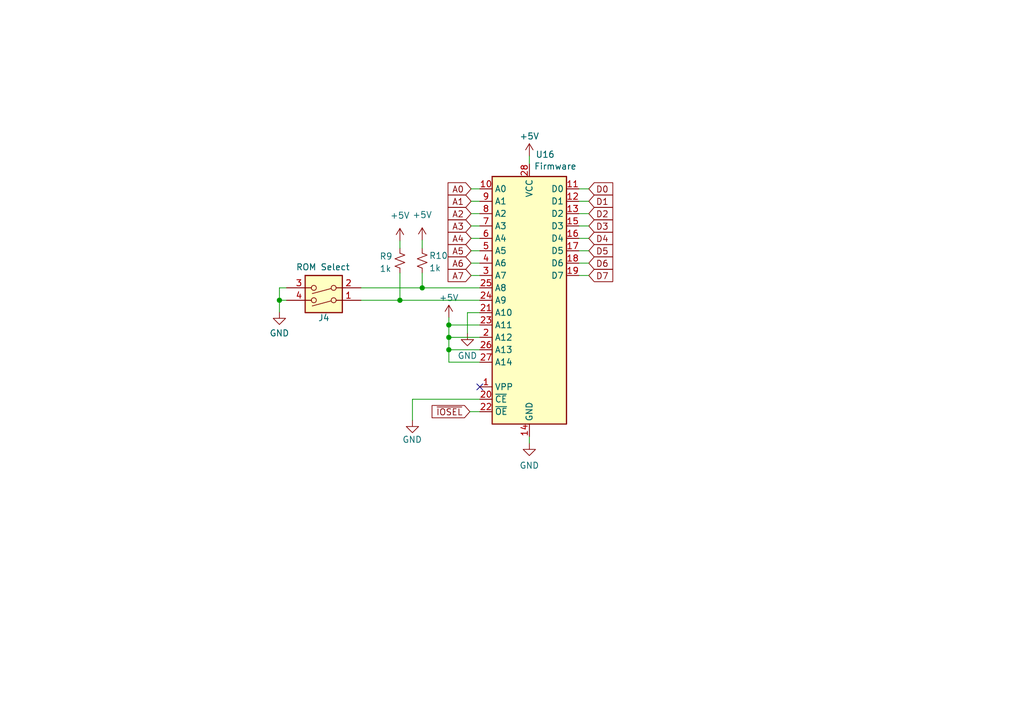
<source format=kicad_sch>
(kicad_sch (version 20230121) (generator eeschema)
  (paper "A5")
  (title_block (title "MicroSci Floppy Controller (firmware)") (date "2023-08-25") (rev "0.3") (company "RyuCats"))
  (lib_symbols
    (symbol "Device:R_Small_US" (pin_numbers hide) (pin_names (offset 0.254) hide)
      (property "Reference" "R" (at 0.762 0.508 0))
      (property "Value" "R_Small_US" (at 0.762 -1.016 0))
      (symbol "R_Small_US_1_1"
        (polyline (pts (xy 0 0) (xy 1.016 -0.381) (xy 0 -0.762) (xy -1.016 -1.143) (xy 0 -1.524)))
        (polyline (pts (xy 0 1.524) (xy 1.016 1.143) (xy 0 0.762) (xy -1.016 0.381) (xy 0 0)))
        (pin passive line (at 0 2.54 270) (length 1.016) (name "~") (number "1"))
        (pin passive line (at 0 -2.54 90) (length 1.016) (name "~") (number "2"))
      )
    )
    (symbol "Memory_EPROM:27C256"
      (property "Reference" "U" (at -7.62 26.67 0))
      (property "Value" "27C256" (at 2.54 -26.67 0))
      (symbol "27C256_1_1"
        (rectangle (start -7.62 25.4) (end 7.62 -25.4) (stroke (width 0.254)) (fill (type background)))
        (pin input line (at -10.16 -17.78 0) (length 2.54) (name "VPP") (number "1"))
        (pin input line (at -10.16 22.86 0) (length 2.54) (name "A0") (number "10"))
        (pin tri_state line (at 10.16 22.86 180) (length 2.54) (name "D0") (number "11"))
        (pin tri_state line (at 10.16 20.32 180) (length 2.54) (name "D1") (number "12"))
        (pin tri_state line (at 10.16 17.78 180) (length 2.54) (name "D2") (number "13"))
        (pin power_in line (at 0 -27.94 90) (length 2.54) (name "GND") (number "14"))
        (pin tri_state line (at 10.16 15.24 180) (length 2.54) (name "D3") (number "15"))
        (pin tri_state line (at 10.16 12.7 180) (length 2.54) (name "D4") (number "16"))
        (pin tri_state line (at 10.16 10.16 180) (length 2.54) (name "D5") (number "17"))
        (pin tri_state line (at 10.16 7.62 180) (length 2.54) (name "D6") (number "18"))
        (pin tri_state line (at 10.16 5.08 180) (length 2.54) (name "D7") (number "19"))
        (pin input line (at -10.16 -7.62 0) (length 2.54) (name "A12") (number "2"))
        (pin input line (at -10.16 -20.32 0) (length 2.54) (name "~{CE}") (number "20"))
        (pin input line (at -10.16 -2.54 0) (length 2.54) (name "A10") (number "21"))
        (pin input line (at -10.16 -22.86 0) (length 2.54) (name "~{OE}") (number "22"))
        (pin input line (at -10.16 -5.08 0) (length 2.54) (name "A11") (number "23"))
        (pin input line (at -10.16 0 0) (length 2.54) (name "A9") (number "24"))
        (pin input line (at -10.16 2.54 0) (length 2.54) (name "A8") (number "25"))
        (pin input line (at -10.16 -10.16 0) (length 2.54) (name "A13") (number "26"))
        (pin input line (at -10.16 -12.7 0) (length 2.54) (name "A14") (number "27"))
        (pin power_in line (at 0 27.94 270) (length 2.54) (name "VCC") (number "28"))
        (pin input line (at -10.16 5.08 0) (length 2.54) (name "A7") (number "3"))
        (pin input line (at -10.16 7.62 0) (length 2.54) (name "A6") (number "4"))
        (pin input line (at -10.16 10.16 0) (length 2.54) (name "A5") (number "5"))
        (pin input line (at -10.16 12.7 0) (length 2.54) (name "A4") (number "6"))
        (pin input line (at -10.16 15.24 0) (length 2.54) (name "A3") (number "7"))
        (pin input line (at -10.16 17.78 0) (length 2.54) (name "A2") (number "8"))
        (pin input line (at -10.16 20.32 0) (length 2.54) (name "A1") (number "9"))
      )
    )
    (symbol "Switch:SW_DIP_x02" (pin_names (offset 0) hide)
      (property "Reference" "SW" (at 0 6.35 0))
      (property "Value" "SW_DIP_x02" (at 0 -3.81 0))
      (symbol "SW_DIP_x02_0_0"
        (circle (center -2.032 0) (radius 0.508))
        (circle (center -2.032 2.54) (radius 0.508))
        (polyline (pts (xy -1.524 0.127) (xy 2.3622 1.1684)))
        (polyline (pts (xy -1.524 2.667) (xy 2.3622 3.7084)))
        (circle (center 2.032 0) (radius 0.508))
        (circle (center 2.032 2.54) (radius 0.508))
      )
      (symbol "SW_DIP_x02_0_1"
        (rectangle (start -3.81 5.08) (end 3.81 -2.54) (stroke (width 0.254)) (fill (type background)))
      )
      (symbol "SW_DIP_x02_1_1"
        (pin passive line (at -7.62 2.54 0) (length 5.08) (name "~") (number "1"))
        (pin passive line (at -7.62 0 0) (length 5.08) (name "~") (number "2"))
        (pin passive line (at 7.62 0 180) (length 5.08) (name "~") (number "3"))
        (pin passive line (at 7.62 2.54 180) (length 5.08) (name "~") (number "4"))
      )
    )
    (symbol "power:+5V" (power) (pin_names (offset 0))
      (property "Value" "+5V" (at 0 3.556 0))
      (symbol "+5V_0_1"
        (polyline (pts (xy -0.762 1.27) (xy 0 2.54)))
        (polyline (pts (xy 0 0) (xy 0 2.54)))
        (polyline (pts (xy 0 2.54) (xy 0.762 1.27)))
      )
      (symbol "+5V_1_1"
        (pin power_in line (at 0 0 90) (length 0) hide (name "+5V") (number "1"))
      )
    )
    (symbol "power:GND" (power) (pin_names (offset 0))
      (property "Value" "GND" (at 0 -3.81 0))
      (symbol "GND_0_1"
        (polyline (pts (xy 0 0) (xy 0 -1.27) (xy 1.27 -1.27) (xy 0 -2.54) (xy -1.27 -1.27) (xy 0 -1.27)))
      )
      (symbol "GND_1_1"
        (pin power_in line (at 0 0 270) (length 0) hide (name "GND") (number "1"))
      )
    )
  )
  (junction (at 82.0166 61.6204))
  (junction (at 86.5886 59.0804))
  (junction (at 92.0496 66.7004))
  (junction (at 92.0496 71.7804))
  (junction (at 92.0496 69.2404))
  (junction (at 57.3024 61.6204))
  (no_connect (at 98.3996 79.4004))
  (wire (pts (xy 98.3996 38.7604) (xy 96.6216 38.7604)))
  (wire (pts (xy 92.0496 74.3204) (xy 92.0496 71.7804)))
  (wire (pts (xy 92.0496 66.7004) (xy 92.0496 69.2404)))
  (wire (pts (xy 74.0156 61.6204) (xy 82.0166 61.6204)))
  (wire (pts (xy 57.3024 61.6204) (xy 58.7756 61.6204)))
  (wire (pts (xy 92.0496 66.7004) (xy 98.3996 66.7004)))
  (wire (pts (xy 98.3996 46.3804) (xy 96.6216 46.3804)))
  (wire (pts (xy 82.0166 61.6204) (xy 98.3996 61.6204)))
  (wire (pts (xy 98.3996 59.0804) (xy 86.5886 59.0804)))
  (wire (pts (xy 118.7196 46.3804) (xy 120.7516 46.3804)))
  (wire (pts (xy 95.8596 68.4276) (xy 95.8596 64.1604)))
  (wire (pts (xy 118.7196 43.8404) (xy 120.7516 43.8404)))
  (wire (pts (xy 92.0496 69.2404) (xy 98.3996 69.2404)))
  (wire (pts (xy 82.0166 56.0324) (xy 82.0166 61.6204)))
  (wire (pts (xy 98.3996 56.5404) (xy 96.6216 56.5404)))
  (wire (pts (xy 74.0156 59.0804) (xy 86.5886 59.0804)))
  (wire (pts (xy 98.3996 48.9204) (xy 96.6216 48.9204)))
  (wire (pts (xy 108.5596 32.0294) (xy 108.5596 33.6804)))
  (wire (pts (xy 95.8596 64.1604) (xy 98.3996 64.1604)))
  (wire (pts (xy 98.3996 41.3004) (xy 96.6216 41.3004)))
  (wire (pts (xy 96.3676 84.4804) (xy 98.3996 84.4804)))
  (wire (pts (xy 92.0496 71.7804) (xy 98.3996 71.7804)))
  (wire (pts (xy 98.3996 54.0004) (xy 96.6216 54.0004)))
  (wire (pts (xy 118.7196 54.0004) (xy 120.7516 54.0004)))
  (wire (pts (xy 82.0166 49.4284) (xy 82.0166 50.9524)))
  (wire (pts (xy 98.3996 43.8404) (xy 96.6216 43.8404)))
  (wire (pts (xy 92.0496 74.3204) (xy 98.3996 74.3204)))
  (wire (pts (xy 86.5886 49.3014) (xy 86.5886 50.9524)))
  (wire (pts (xy 118.7196 48.9204) (xy 120.7516 48.9204)))
  (wire (pts (xy 57.3024 59.0804) (xy 58.7756 59.0804)))
  (wire (pts (xy 118.7196 41.3004) (xy 120.7516 41.3004)))
  (wire (pts (xy 57.3024 64.0588) (xy 57.3024 61.6204)))
  (wire (pts (xy 86.5886 59.0804) (xy 86.5886 56.0324)))
  (wire (pts (xy 108.5596 89.5604) (xy 108.5596 90.9574)))
  (wire (pts (xy 98.3996 81.9404) (xy 84.6328 81.9404)))
  (wire (pts (xy 84.6328 81.9404) (xy 84.6328 81.9912)))
  (wire (pts (xy 118.7196 51.4604) (xy 120.7516 51.4604)))
  (wire (pts (xy 118.7196 38.7604) (xy 120.7516 38.7604)))
  (wire (pts (xy 84.582 81.9912) (xy 84.582 86.2584)))
  (wire (pts (xy 92.0496 69.2404) (xy 92.0496 71.7804)))
  (wire (pts (xy 92.0496 65.1764) (xy 92.0496 66.7004)))
  (wire (pts (xy 57.3024 61.6204) (xy 57.3024 59.0804)))
  (wire (pts (xy 84.6328 81.9912) (xy 84.582 81.9912)))
  (wire (pts (xy 118.7196 56.5404) (xy 120.7516 56.5404)))
  (wire (pts (xy 98.3996 51.4604) (xy 96.6216 51.4604)))
  (global_label "D6" (shape input) (at 120.7516 54.0004 0) (property "Intersheetrefs" "${INTERSHEET_REFS}" (effects hide)))
  (global_label "A5" (shape input) (at 96.6216 51.4604 180) (property "Intersheetrefs" "${INTERSHEET_REFS}" (effects hide)))
  (global_label "A4" (shape input) (at 96.6216 48.9204 180) (property "Intersheetrefs" "${INTERSHEET_REFS}" (effects hide)))
  (global_label "A0" (shape input) (at 96.6216 38.7604 180) (property "Intersheetrefs" "${INTERSHEET_REFS}" (effects hide)))
  (global_label "A2" (shape input) (at 96.6216 43.8404 180) (property "Intersheetrefs" "${INTERSHEET_REFS}" (effects hide)))
  (global_label "D0" (shape input) (at 120.7516 38.7604 0) (property "Intersheetrefs" "${INTERSHEET_REFS}" (effects hide)))
  (global_label "D3" (shape input) (at 120.7516 46.3804 0) (property "Intersheetrefs" "${INTERSHEET_REFS}" (effects hide)))
  (global_label "D2" (shape input) (at 120.7516 43.8404 0) (property "Intersheetrefs" "${INTERSHEET_REFS}" (effects hide)))
  (global_label "~{IOSEL}" (shape input) (at 96.3676 84.4804 180) (property "Intersheetrefs" "${INTERSHEET_REFS}" (effects hide)))
  (global_label "D5" (shape input) (at 120.7516 51.4604 0) (property "Intersheetrefs" "${INTERSHEET_REFS}" (effects hide)))
  (global_label "A1" (shape input) (at 96.6216 41.3004 180) (property "Intersheetrefs" "${INTERSHEET_REFS}" (effects hide)))
  (global_label "D4" (shape input) (at 120.7516 48.9204 0) (property "Intersheetrefs" "${INTERSHEET_REFS}" (effects hide)))
  (global_label "A3" (shape input) (at 96.6216 46.3804 180) (property "Intersheetrefs" "${INTERSHEET_REFS}" (effects hide)))
  (global_label "D7" (shape input) (at 120.7516 56.5404 0) (property "Intersheetrefs" "${INTERSHEET_REFS}" (effects hide)))
  (global_label "A7" (shape input) (at 96.6216 56.5404 180) (property "Intersheetrefs" "${INTERSHEET_REFS}" (effects hide)))
  (global_label "A6" (shape input) (at 96.6216 54.0004 180) (property "Intersheetrefs" "${INTERSHEET_REFS}" (effects hide)))
  (global_label "D1" (shape input) (at 120.7516 41.3004 0) (property "Intersheetrefs" "${INTERSHEET_REFS}" (effects hide)))
  (symbol (lib_id "Device:R_Small_US") (at 82.0166 53.4924 0) (unit 1)
    (property "Reference" "R9" (at 77.8256 52.6034 0) (effects (justify left)))
    (property "Value" "1k" (at 77.8256 55.1434 0) (effects (justify left)))
    (property "Footprint" "Resistor_THT:R_Axial_DIN0207_L6.3mm_D2.5mm_P7.62mm_Horizontal" (effects hide))
  )
  (symbol (lib_id "Memory_EPROM:27C256") (at 108.5596 61.6204 0) (unit 1)
    (property "Reference" "U16" (at 109.8296 31.6992 0) (effects (justify left)))
    (property "Value" "Firmware" (at 109.5248 34.1376 0) (effects (justify left)))
    (property "Footprint" "Package_DIP:DIP-28_W15.24mm" (effects hide))
    (property "Datasheet" "http://ww1.microchip.com/downloads/en/DeviceDoc/doc0014.pdf" (effects hide))
  )
  (symbol (lib_id "power:GND") (at 84.582 86.2584 0) (unit 1)
    (property "Reference" "#PWR032" (effects hide))
    (property "Value" "GND" (at 84.5312 90.2208 0))
    (instances (project "MicroSci Floppy Controller" (path "" (reference "#PWR032") (unit 1)) (path "" (reference "#PWR053") (unit 1)) (path "" (reference "#PWR053") (unit 1))))
  )
  (symbol (lib_id "power:+5V") (at 92.0496 65.1764 0) (unit 1)
    (property "Reference" "#PWR048" (effects hide))
    (property "Value" "+5V" (at 92.0496 61.1124 0))
    (instances (project "MicroSci Floppy Controller" (path "" (reference "#PWR048") (unit 1)) (path "" (reference "#PWR048") (unit 1)) (path "" (reference "#PWR048") (unit 1))) (project "Sequential Systems Q-Print" (path "" (reference "#PWR09") (unit 1))))
  )
  (symbol (lib_id "Switch:SW_DIP_x02") (at 66.3956 59.0804 180) (unit 1)
    (property "Reference" "J4" (at 67.6148 65.2272 0) (effects (justify left)))
    (property "Value" "ROM Select" (at 71.7804 54.8132 0) (effects (justify left)))
    (property "Footprint" "Button_Switch_THT:SW_DIP_SPSTx02_Slide_9.78x7.26mm_W7.62mm_P2.54mm" (effects hide))
  )
  (symbol (lib_id "power:GND") (at 95.8596 68.4276 0) (unit 1)
    (property "Reference" "#PWR053" (effects hide))
    (property "Value" "GND" (at 95.8596 72.9996 0))
    (instances (project "MicroSci Floppy Controller" (path "" (reference "#PWR053") (unit 1)) (path "" (reference "#PWR052") (unit 1)) (path "" (reference "#PWR052") (unit 1))))
  )
  (symbol (lib_id "power:+5V") (at 82.0166 49.4284 0) (unit 1)
    (property "Reference" "#PWR028" (effects hide))
    (property "Value" "+5V" (at 82.0166 44.2214 0))
    (instances (project "MicroSci Floppy Controller" (path "" (reference "#PWR028") (unit 1)) (path "" (reference "#PWR029") (unit 1)) (path "" (reference "#PWR029") (unit 1))) (project "Sequential Systems Q-Print" (path "" (reference "#PWR09") (unit 1))))
  )
  (symbol (lib_id "power:GND") (at 108.5596 90.9574 0) (unit 1)
    (property "Reference" "#PWR055" (effects hide))
    (property "Value" "GND" (at 108.5596 95.5294 0))
  )
  (symbol (lib_id "power:+5V") (at 108.5596 32.0294 0) (unit 1)
    (property "Reference" "#PWR052" (effects hide))
    (property "Value" "+5V" (at 108.5596 27.9654 0))
    (instances (project "MicroSci Floppy Controller" (path "" (reference "#PWR052") (unit 1)) (path "" (reference "#PWR027") (unit 1)) (path "" (reference "#PWR027") (unit 1))) (project "Sequential Systems Q-Print" (path "" (reference "#PWR09") (unit 1))))
  )
  (symbol (lib_id "power:+5V") (at 86.5886 49.3014 0) (unit 1)
    (property "Reference" "#PWR027" (effects hide))
    (property "Value" "+5V" (at 86.5886 44.0944 0))
    (instances (project "MicroSci Floppy Controller" (path "" (reference "#PWR027") (unit 1)) (path "" (reference "#PWR028") (unit 1)) (path "" (reference "#PWR028") (unit 1))) (project "Sequential Systems Q-Print" (path "" (reference "#PWR09") (unit 1))))
  )
  (symbol (lib_id "power:GND") (at 57.3024 64.0588 0) (unit 1)
    (property "Reference" "#PWR029" (effects hide))
    (property "Value" "GND" (at 57.3024 68.3768 0))
    (instances (project "MicroSci Floppy Controller" (path "" (reference "#PWR029") (unit 1)) (path "" (reference "#PWR032") (unit 1)) (path "" (reference "#PWR032") (unit 1))))
  )
  (symbol (lib_id "Device:R_Small_US") (at 86.5886 53.4924 0) (unit 1)
    (property "Reference" "R10" (at 87.9856 52.4764 0) (effects (justify left)))
    (property "Value" "1k" (at 87.9856 55.0164 0) (effects (justify left)))
    (property "Footprint" "Resistor_THT:R_Axial_DIN0207_L6.3mm_D2.5mm_P7.62mm_Horizontal" (effects hide))
  )
)
</source>
